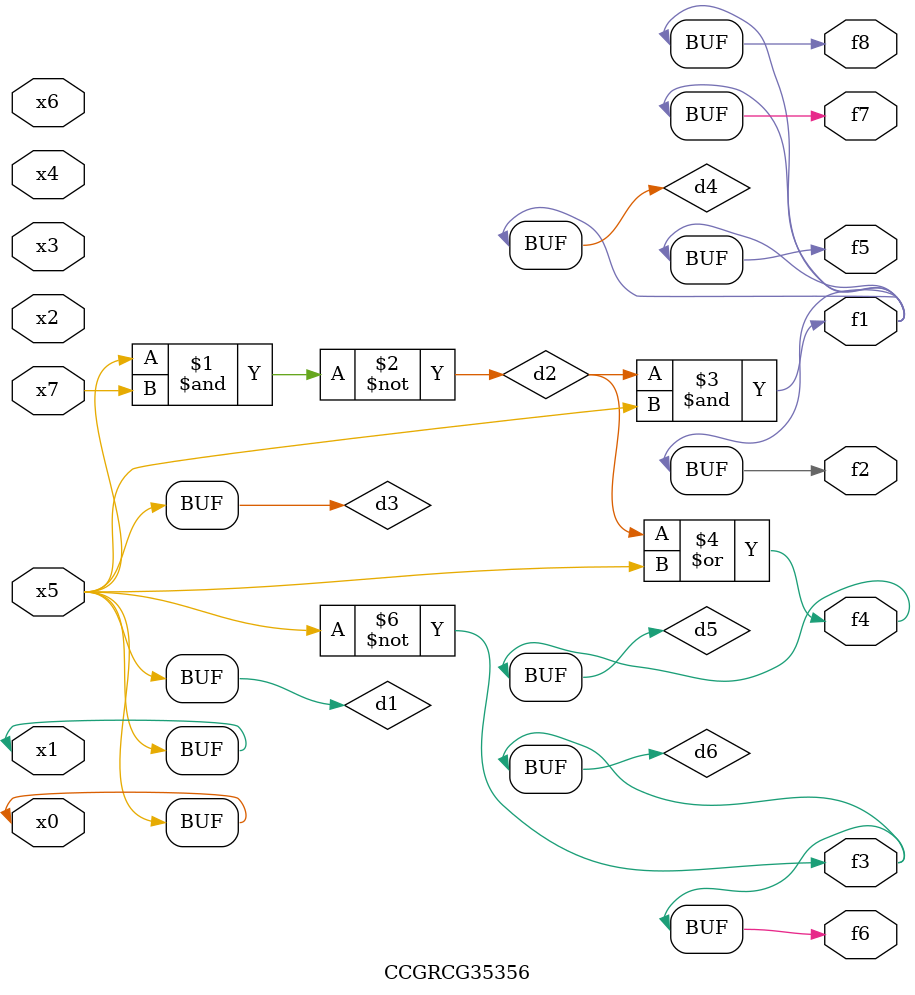
<source format=v>
module CCGRCG35356(
	input x0, x1, x2, x3, x4, x5, x6, x7,
	output f1, f2, f3, f4, f5, f6, f7, f8
);

	wire d1, d2, d3, d4, d5, d6;

	buf (d1, x0, x5);
	nand (d2, x5, x7);
	buf (d3, x0, x1);
	and (d4, d2, d3);
	or (d5, d2, d3);
	nor (d6, d1, d3);
	assign f1 = d4;
	assign f2 = d4;
	assign f3 = d6;
	assign f4 = d5;
	assign f5 = d4;
	assign f6 = d6;
	assign f7 = d4;
	assign f8 = d4;
endmodule

</source>
